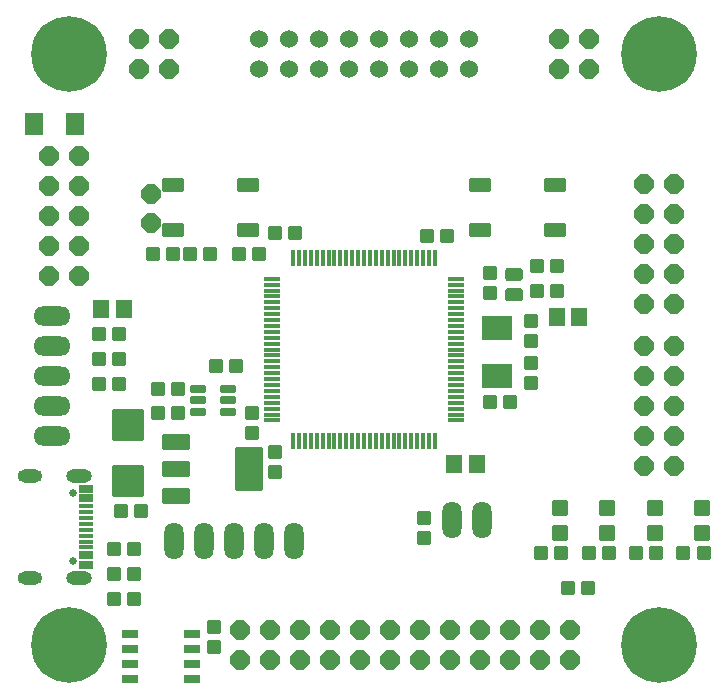
<source format=gts>
G04 #@! TF.GenerationSoftware,KiCad,Pcbnew,(6.0.8)*
G04 #@! TF.CreationDate,2023-01-02T16:11:50+01:00*
G04 #@! TF.ProjectId,OpenFFBoard-main,4f70656e-4646-4426-9f61-72642d6d6169,1.2.4*
G04 #@! TF.SameCoordinates,Original*
G04 #@! TF.FileFunction,Soldermask,Top*
G04 #@! TF.FilePolarity,Negative*
%FSLAX46Y46*%
G04 Gerber Fmt 4.6, Leading zero omitted, Abs format (unit mm)*
G04 Created by KiCad (PCBNEW (6.0.8)) date 2023-01-02 16:11:50*
%MOMM*%
%LPD*%
G01*
G04 APERTURE LIST*
G04 Aperture macros list*
%AMRoundRect*
0 Rectangle with rounded corners*
0 $1 Rounding radius*
0 $2 $3 $4 $5 $6 $7 $8 $9 X,Y pos of 4 corners*
0 Add a 4 corners polygon primitive as box body*
4,1,4,$2,$3,$4,$5,$6,$7,$8,$9,$2,$3,0*
0 Add four circle primitives for the rounded corners*
1,1,$1+$1,$2,$3*
1,1,$1+$1,$4,$5*
1,1,$1+$1,$6,$7*
1,1,$1+$1,$8,$9*
0 Add four rect primitives between the rounded corners*
20,1,$1+$1,$2,$3,$4,$5,0*
20,1,$1+$1,$4,$5,$6,$7,0*
20,1,$1+$1,$6,$7,$8,$9,0*
20,1,$1+$1,$8,$9,$2,$3,0*%
%AMFreePoly0*
4,1,17,0.351552,0.797921,0.797921,0.351552,0.812800,0.315631,0.812800,-0.315631,0.797921,-0.351552,0.351552,-0.797921,0.315631,-0.812800,-0.315631,-0.812800,-0.351552,-0.797921,-0.797921,-0.351552,-0.812800,-0.315631,-0.812800,0.315631,-0.797921,0.351552,-0.351552,0.797921,-0.315631,0.812800,0.315631,0.812800,0.351552,0.797921,0.351552,0.797921,$1*%
G04 Aperture macros list end*
%ADD10RoundRect,0.050800X0.500000X-0.550000X0.500000X0.550000X-0.500000X0.550000X-0.500000X-0.550000X0*%
%ADD11RoundRect,0.050800X-0.650000X-0.750000X0.650000X-0.750000X0.650000X0.750000X-0.650000X0.750000X0*%
%ADD12RoundRect,0.050800X-0.500000X-0.550000X0.500000X-0.550000X0.500000X0.550000X-0.500000X0.550000X0*%
%ADD13RoundRect,0.050800X-0.500000X0.550000X-0.500000X-0.550000X0.500000X-0.550000X0.500000X0.550000X0*%
%ADD14RoundRect,0.050800X1.200000X-1.000000X1.200000X1.000000X-1.200000X1.000000X-1.200000X-1.000000X0*%
%ADD15RoundRect,0.050800X-1.200000X1.000000X-1.200000X-1.000000X1.200000X-1.000000X1.200000X1.000000X0*%
%ADD16FreePoly0,0.000000*%
%ADD17RoundRect,0.050800X0.500000X0.550000X-0.500000X0.550000X-0.500000X-0.550000X0.500000X-0.550000X0*%
%ADD18RoundRect,0.050800X0.550000X0.500000X-0.550000X0.500000X-0.550000X-0.500000X0.550000X-0.500000X0*%
%ADD19C,0.800000*%
%ADD20C,6.400000*%
%ADD21O,1.625600X3.149600*%
%ADD22RoundRect,0.050800X1.270000X-1.270000X1.270000X1.270000X-1.270000X1.270000X-1.270000X-1.270000X0*%
%ADD23RoundRect,0.050800X-1.270000X1.270000X-1.270000X-1.270000X1.270000X-1.270000X1.270000X1.270000X0*%
%ADD24RoundRect,0.050800X-0.550000X-0.500000X0.550000X-0.500000X0.550000X0.500000X-0.550000X0.500000X0*%
%ADD25C,0.650000*%
%ADD26RoundRect,0.050800X-0.575000X0.300000X-0.575000X-0.300000X0.575000X-0.300000X0.575000X0.300000X0*%
%ADD27RoundRect,0.050800X-0.575000X0.150000X-0.575000X-0.150000X0.575000X-0.150000X0.575000X0.150000X0*%
%ADD28O,2.101600X1.101600*%
%ADD29O,2.201600X1.151600*%
%ADD30RoundRect,0.050800X0.850000X0.500000X-0.850000X0.500000X-0.850000X-0.500000X0.850000X-0.500000X0*%
%ADD31RoundRect,0.050800X-0.600000X0.600000X-0.600000X-0.600000X0.600000X-0.600000X0.600000X0.600000X0*%
%ADD32O,3.149600X1.625600*%
%ADD33RoundRect,0.050800X-0.700000X-0.900000X0.700000X-0.900000X0.700000X0.900000X-0.700000X0.900000X0*%
%ADD34RoundRect,0.050800X0.624900X0.294550X-0.624900X0.294550X-0.624900X-0.294550X0.624900X-0.294550X0*%
%ADD35FreePoly0,90.000000*%
%ADD36FreePoly0,180.000000*%
%ADD37RoundRect,0.050800X-0.550000X0.500000X-0.550000X-0.500000X0.550000X-0.500000X0.550000X0.500000X0*%
%ADD38RoundRect,0.050800X0.596900X0.152400X-0.596900X0.152400X-0.596900X-0.152400X0.596900X-0.152400X0*%
%ADD39RoundRect,0.050800X-0.152400X0.596900X-0.152400X-0.596900X0.152400X-0.596900X0.152400X0.596900X0*%
%ADD40RoundRect,0.050800X-0.596900X-0.152400X0.596900X-0.152400X0.596900X0.152400X-0.596900X0.152400X0*%
%ADD41RoundRect,0.050800X0.152400X-0.596900X0.152400X0.596900X-0.152400X0.596900X-0.152400X-0.596900X0*%
%ADD42FreePoly0,270.000000*%
%ADD43RoundRect,0.050800X-1.117600X0.609600X-1.117600X-0.609600X1.117600X-0.609600X1.117600X0.609600X0*%
%ADD44RoundRect,0.050800X-1.100000X1.800000X-1.100000X-1.800000X1.100000X-1.800000X1.100000X1.800000X0*%
%ADD45RoundRect,0.050800X0.550000X-0.500000X0.550000X0.500000X-0.550000X0.500000X-0.550000X-0.500000X0*%
%ADD46RoundRect,0.050800X-0.650000X0.300000X-0.650000X-0.300000X0.650000X-0.300000X0.650000X0.300000X0*%
%ADD47C,1.524000*%
G04 APERTURE END LIST*
G36*
X161725982Y-99821746D02*
G01*
X161764946Y-99831028D01*
X161801879Y-99846332D01*
X161835948Y-99867243D01*
X161866447Y-99893253D01*
X161892457Y-99923752D01*
X161913368Y-99957821D01*
X161928672Y-99994754D01*
X161937954Y-100033718D01*
X161941100Y-100073402D01*
X161941100Y-100663798D01*
X161937954Y-100703482D01*
X161928672Y-100742446D01*
X161913368Y-100779379D01*
X161892457Y-100813448D01*
X161866447Y-100843947D01*
X161835948Y-100869957D01*
X161801879Y-100890868D01*
X161764946Y-100906172D01*
X161725795Y-100915498D01*
X160715910Y-100918601D01*
X160676218Y-100915454D01*
X160637254Y-100906172D01*
X160600321Y-100890868D01*
X160566252Y-100869957D01*
X160535753Y-100843947D01*
X160509743Y-100813448D01*
X160488832Y-100779379D01*
X160473528Y-100742446D01*
X160464246Y-100703482D01*
X160461100Y-100663798D01*
X160461100Y-100073402D01*
X160464246Y-100033718D01*
X160473528Y-99994754D01*
X160488832Y-99957821D01*
X160509743Y-99923752D01*
X160535753Y-99893253D01*
X160566252Y-99867243D01*
X160600321Y-99846332D01*
X160637254Y-99831028D01*
X160676405Y-99821702D01*
X161686290Y-99818599D01*
X161725982Y-99821746D01*
G37*
G36*
X161725982Y-98091746D02*
G01*
X161764946Y-98101028D01*
X161801879Y-98116332D01*
X161835948Y-98137243D01*
X161866447Y-98163253D01*
X161892457Y-98193752D01*
X161913368Y-98227821D01*
X161928672Y-98264754D01*
X161937954Y-98303718D01*
X161941100Y-98343402D01*
X161941100Y-98933798D01*
X161937954Y-98973482D01*
X161928672Y-99012446D01*
X161913368Y-99049379D01*
X161892457Y-99083448D01*
X161866447Y-99113947D01*
X161835948Y-99139957D01*
X161801879Y-99160868D01*
X161764946Y-99176172D01*
X161725795Y-99185498D01*
X160715910Y-99188601D01*
X160676218Y-99185454D01*
X160637254Y-99176172D01*
X160600321Y-99160868D01*
X160566252Y-99139957D01*
X160535753Y-99113947D01*
X160509743Y-99083448D01*
X160488832Y-99049379D01*
X160473528Y-99012446D01*
X160464246Y-98973482D01*
X160461100Y-98933798D01*
X160461100Y-98343402D01*
X160464246Y-98303718D01*
X160473528Y-98264754D01*
X160488832Y-98227821D01*
X160509743Y-98193752D01*
X160535753Y-98163253D01*
X160566252Y-98137243D01*
X160600321Y-98116332D01*
X160637254Y-98101028D01*
X160676405Y-98091702D01*
X161686290Y-98088599D01*
X161725982Y-98091746D01*
G37*
D10*
X162601100Y-107803600D03*
X162601100Y-106103600D03*
D11*
X126251100Y-101603600D03*
X128151100Y-101603600D03*
D12*
X163151100Y-97903600D03*
X164851100Y-97903600D03*
D13*
X139001100Y-110353600D03*
X139001100Y-112053600D03*
D14*
X159801100Y-103203600D03*
D15*
X159801100Y-107203600D03*
D12*
X126051100Y-107903600D03*
X127751100Y-107903600D03*
D16*
X165011100Y-81273600D03*
X165011100Y-78733600D03*
X167551100Y-81273600D03*
X167551100Y-78733600D03*
X130501100Y-94303600D03*
D12*
X126051100Y-105803600D03*
X127751100Y-105803600D03*
D17*
X173251100Y-122203600D03*
X171551100Y-122203600D03*
D18*
X164851100Y-100003600D03*
X163151100Y-100003600D03*
D16*
X129461900Y-81273600D03*
X129461900Y-78733600D03*
X132001900Y-81273600D03*
X132001900Y-78733600D03*
D17*
X132351100Y-96903600D03*
X130651100Y-96903600D03*
D19*
X121804044Y-78306544D03*
X125198156Y-78306544D03*
X123501100Y-82403600D03*
X121101100Y-80003600D03*
X121804044Y-81700656D03*
X123501100Y-77603600D03*
D20*
X123501100Y-80003600D03*
D19*
X125901100Y-80003600D03*
X125198156Y-81700656D03*
D21*
X132421100Y-121203600D03*
X134961100Y-121203600D03*
X137501100Y-121203600D03*
X140041100Y-121203600D03*
X142581100Y-121203600D03*
D22*
X128501100Y-116123100D03*
D23*
X128501100Y-111424100D03*
D24*
X153851100Y-95403600D03*
X155551100Y-95403600D03*
X159161100Y-109463600D03*
X160861100Y-109463600D03*
D17*
X129651100Y-118703600D03*
X127951100Y-118703600D03*
D25*
X123881100Y-122893600D03*
X123881100Y-117113600D03*
D26*
X124956100Y-116803600D03*
X124956100Y-117603600D03*
D27*
X124956100Y-118753600D03*
X124956100Y-119753600D03*
X124956100Y-120253600D03*
X124956100Y-121253600D03*
D26*
X124956100Y-122403600D03*
X124956100Y-123203600D03*
X124956100Y-123203600D03*
X124956100Y-122403600D03*
D27*
X124956100Y-121753600D03*
X124956100Y-120753600D03*
X124956100Y-119253600D03*
X124956100Y-118253600D03*
D26*
X124956100Y-117603600D03*
X124956100Y-116803600D03*
D28*
X120201100Y-115683600D03*
D29*
X124381100Y-115683600D03*
D28*
X120201100Y-124323600D03*
D29*
X124381100Y-124323600D03*
D30*
X138651100Y-91103600D03*
X132351100Y-91103600D03*
X138651100Y-94903600D03*
X132351100Y-94903600D03*
D24*
X165751100Y-125203600D03*
X167451100Y-125203600D03*
D13*
X162601100Y-102603600D03*
X162601100Y-104303600D03*
D31*
X177101100Y-120553600D03*
X177101100Y-118453600D03*
X165101100Y-120553600D03*
X165101100Y-118453600D03*
D32*
X122101100Y-102123600D03*
X122101100Y-104663600D03*
X122101100Y-107203600D03*
X122101100Y-109743600D03*
X122101100Y-112283600D03*
D19*
X123501100Y-127603600D03*
X121101100Y-130003600D03*
X125901100Y-130003600D03*
X123501100Y-132403600D03*
X121804044Y-131700656D03*
X121804044Y-128306544D03*
X125198156Y-131700656D03*
D20*
X123501100Y-130003600D03*
D19*
X125198156Y-128306544D03*
D17*
X177251100Y-122203600D03*
X175551100Y-122203600D03*
D33*
X124001100Y-85903600D03*
X120601100Y-85903600D03*
D31*
X169101100Y-120553600D03*
X169101100Y-118453600D03*
D30*
X164651100Y-91103600D03*
X158351100Y-91103600D03*
X164651100Y-94903600D03*
X158351100Y-94903600D03*
D18*
X142651100Y-95103600D03*
X140951100Y-95103600D03*
D17*
X132751100Y-108303600D03*
X131051100Y-108303600D03*
D21*
X158471100Y-119403600D03*
X155931100Y-119403600D03*
D12*
X126051100Y-103703600D03*
X127751100Y-103703600D03*
D19*
X171804044Y-81700656D03*
X171101100Y-80003600D03*
D20*
X173501100Y-80003600D03*
D19*
X173501100Y-77603600D03*
X171804044Y-78306544D03*
X175901100Y-80003600D03*
X175198156Y-81700656D03*
X173501100Y-82403600D03*
X175198156Y-78306544D03*
D17*
X169251100Y-122203600D03*
X167551100Y-122203600D03*
D34*
X136957400Y-110253600D03*
X136957400Y-109303600D03*
X136957400Y-108353600D03*
X134444800Y-108353600D03*
X134444800Y-109303600D03*
X134444800Y-110253600D03*
D35*
X124371100Y-98783600D03*
X121831100Y-98783600D03*
X124371100Y-96243600D03*
X121831100Y-96243600D03*
X124371100Y-93703600D03*
X121831100Y-93703600D03*
X124371100Y-91163600D03*
X121831100Y-91163600D03*
X124371100Y-88623600D03*
X121831100Y-88623600D03*
D31*
X173101100Y-120553600D03*
X173101100Y-118453600D03*
D13*
X159201100Y-98553600D03*
X159201100Y-100253600D03*
D36*
X165971100Y-128733600D03*
X165971100Y-131273600D03*
X163431100Y-128733600D03*
X163431100Y-131273600D03*
X160891100Y-128733600D03*
X160891100Y-131273600D03*
X158351100Y-128733600D03*
X158351100Y-131273600D03*
X155811100Y-128733600D03*
X155811100Y-131273600D03*
X153271100Y-128733600D03*
X153271100Y-131273600D03*
X150731100Y-128733600D03*
X150731100Y-131273600D03*
X148191100Y-128733600D03*
X148191100Y-131273600D03*
X145651100Y-128733600D03*
X145651100Y-131273600D03*
X143111100Y-128733600D03*
X143111100Y-131273600D03*
X140571100Y-128733600D03*
X140571100Y-131273600D03*
X138031100Y-128733600D03*
X138031100Y-131273600D03*
D37*
X153601100Y-119253600D03*
X153601100Y-120953600D03*
D16*
X130501100Y-91803600D03*
D38*
X156251100Y-111003600D03*
X156251100Y-110503600D03*
X156251100Y-110003600D03*
X156251100Y-109503600D03*
X156251100Y-109003600D03*
X156251100Y-108503600D03*
X156251100Y-108003600D03*
X156251100Y-107503600D03*
X156251100Y-107003600D03*
X156251100Y-106503600D03*
X156251100Y-106003600D03*
X156251100Y-105503600D03*
X156251100Y-105003600D03*
X156251100Y-104503600D03*
X156251100Y-104003600D03*
X156251100Y-103503600D03*
X156251100Y-103003600D03*
X156251100Y-102503600D03*
X156251100Y-102003600D03*
X156251100Y-101503600D03*
X156251100Y-101003600D03*
X156251100Y-100503600D03*
X156251100Y-100003600D03*
X156251100Y-99503600D03*
X156251100Y-99003600D03*
D39*
X154501100Y-97253600D03*
X154001100Y-97253600D03*
X153501100Y-97253600D03*
X153001100Y-97253600D03*
X152501100Y-97253600D03*
X152001100Y-97253600D03*
X151501100Y-97253600D03*
X151001100Y-97253600D03*
X150501100Y-97253600D03*
X150001100Y-97253600D03*
X149501100Y-97253600D03*
X149001100Y-97253600D03*
X148501100Y-97253600D03*
X148001100Y-97253600D03*
X147501100Y-97253600D03*
X147001100Y-97253600D03*
X146501100Y-97253600D03*
X146001100Y-97253600D03*
X145501100Y-97253600D03*
X145001100Y-97253600D03*
X144501100Y-97253600D03*
X144001100Y-97253600D03*
X143501100Y-97253600D03*
X143001100Y-97253600D03*
X142501100Y-97253600D03*
D40*
X140751100Y-99003600D03*
X140751100Y-99503600D03*
X140751100Y-100003600D03*
X140751100Y-100503600D03*
X140751100Y-101003600D03*
X140751100Y-101503600D03*
X140751100Y-102003600D03*
X140751100Y-102503600D03*
X140751100Y-103003600D03*
X140751100Y-103503600D03*
X140751100Y-104003600D03*
X140751100Y-104503600D03*
X140751100Y-105003600D03*
X140751100Y-105503600D03*
X140751100Y-106003600D03*
X140751100Y-106503600D03*
X140751100Y-107003600D03*
X140751100Y-107503600D03*
X140751100Y-108003600D03*
X140751100Y-108503600D03*
X140751100Y-109003600D03*
X140751100Y-109503600D03*
X140751100Y-110003600D03*
X140751100Y-110503600D03*
X140751100Y-111003600D03*
D41*
X142501100Y-112753600D03*
X143001100Y-112753600D03*
X143501100Y-112753600D03*
X144001100Y-112753600D03*
X144501100Y-112753600D03*
X145001100Y-112753600D03*
X145501100Y-112753600D03*
X146001100Y-112753600D03*
X146501100Y-112753600D03*
X147001100Y-112753600D03*
X147501100Y-112753600D03*
X148001100Y-112753600D03*
X148501100Y-112753600D03*
X149001100Y-112753600D03*
X149501100Y-112753600D03*
X150001100Y-112753600D03*
X150501100Y-112753600D03*
X151001100Y-112753600D03*
X151501100Y-112753600D03*
X152001100Y-112753600D03*
X152501100Y-112753600D03*
X153001100Y-112753600D03*
X153501100Y-112753600D03*
X154001100Y-112753600D03*
X154501100Y-112753600D03*
D18*
X139591100Y-96903600D03*
X137891100Y-96903600D03*
D42*
X172231100Y-104723600D03*
X174771100Y-104723600D03*
X172231100Y-107263600D03*
X174771100Y-107263600D03*
X172231100Y-109803600D03*
X174771100Y-109803600D03*
X172231100Y-112343600D03*
X174771100Y-112343600D03*
X172231100Y-114883600D03*
X174771100Y-114883600D03*
D24*
X127351100Y-126103600D03*
X129051100Y-126103600D03*
D42*
X172231100Y-91023600D03*
X174771100Y-91023600D03*
X172231100Y-93563600D03*
X174771100Y-93563600D03*
X172231100Y-96103600D03*
X174771100Y-96103600D03*
X172231100Y-98643600D03*
X174771100Y-98643600D03*
X172231100Y-101183600D03*
X174771100Y-101183600D03*
D13*
X141001100Y-113653600D03*
X141001100Y-115353600D03*
D19*
X173501100Y-132403600D03*
X175198156Y-131700656D03*
X171804044Y-131700656D03*
X171804044Y-128306544D03*
X175198156Y-128306544D03*
X171101100Y-130003600D03*
X173501100Y-127603600D03*
D20*
X173501100Y-130003600D03*
D19*
X175901100Y-130003600D03*
D43*
X132602300Y-112792200D03*
X132602300Y-115103600D03*
X132602300Y-117415000D03*
D44*
X138800100Y-115103600D03*
D11*
X164811100Y-102213600D03*
X166711100Y-102213600D03*
D17*
X137651100Y-106403600D03*
X135951100Y-106403600D03*
D24*
X127351100Y-124003600D03*
X129051100Y-124003600D03*
D17*
X165151100Y-122203600D03*
X163451100Y-122203600D03*
D12*
X127351100Y-121903600D03*
X129051100Y-121903600D03*
D45*
X135801100Y-130153600D03*
X135801100Y-128453600D03*
D46*
X128651100Y-129098600D03*
X128651100Y-130368600D03*
X128651100Y-131638600D03*
X128651100Y-132908600D03*
X133951100Y-132908600D03*
X133951100Y-131638600D03*
X133951100Y-130368600D03*
X133951100Y-129098600D03*
D17*
X132751100Y-110403600D03*
X131051100Y-110403600D03*
D11*
X156151100Y-114703600D03*
X158051100Y-114703600D03*
D47*
X139611100Y-81273600D03*
X139611100Y-78733600D03*
X142151100Y-81273600D03*
X142151100Y-78733600D03*
X144691100Y-81273600D03*
X144691100Y-78733600D03*
X147231100Y-81273600D03*
X147231100Y-78733600D03*
X149771100Y-81273600D03*
X149771100Y-78733600D03*
X152311100Y-81273600D03*
X152311100Y-78733600D03*
X154851100Y-81273600D03*
X154851100Y-78733600D03*
X157391100Y-81273600D03*
X157391100Y-78733600D03*
D24*
X133751100Y-96903600D03*
X135451100Y-96903600D03*
M02*

</source>
